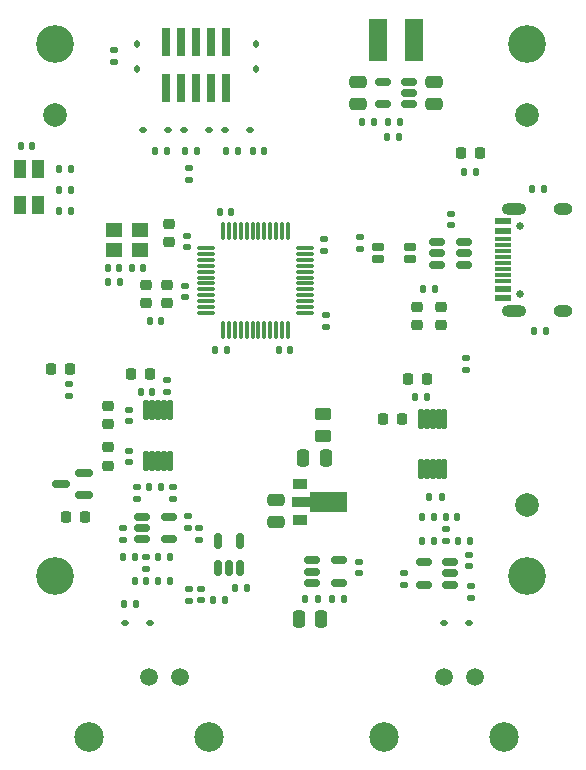
<source format=gbr>
%TF.GenerationSoftware,KiCad,Pcbnew,7.0.8*%
%TF.CreationDate,2023-11-11T20:00:54-08:00*%
%TF.ProjectId,Nemesis-MixSigPCB,4e656d65-7369-4732-9d4d-697853696750,rev?*%
%TF.SameCoordinates,Original*%
%TF.FileFunction,Soldermask,Top*%
%TF.FilePolarity,Negative*%
%FSLAX46Y46*%
G04 Gerber Fmt 4.6, Leading zero omitted, Abs format (unit mm)*
G04 Created by KiCad (PCBNEW 7.0.8) date 2023-11-11 20:00:54*
%MOMM*%
%LPD*%
G01*
G04 APERTURE LIST*
G04 Aperture macros list*
%AMRoundRect*
0 Rectangle with rounded corners*
0 $1 Rounding radius*
0 $2 $3 $4 $5 $6 $7 $8 $9 X,Y pos of 4 corners*
0 Add a 4 corners polygon primitive as box body*
4,1,4,$2,$3,$4,$5,$6,$7,$8,$9,$2,$3,0*
0 Add four circle primitives for the rounded corners*
1,1,$1+$1,$2,$3*
1,1,$1+$1,$4,$5*
1,1,$1+$1,$6,$7*
1,1,$1+$1,$8,$9*
0 Add four rect primitives between the rounded corners*
20,1,$1+$1,$2,$3,$4,$5,0*
20,1,$1+$1,$4,$5,$6,$7,0*
20,1,$1+$1,$6,$7,$8,$9,0*
20,1,$1+$1,$8,$9,$2,$3,0*%
%AMFreePoly0*
4,1,9,3.862500,-0.866500,0.737500,-0.866500,0.737500,-0.450000,-0.737500,-0.450000,-0.737500,0.450000,0.737500,0.450000,0.737500,0.866500,3.862500,0.866500,3.862500,-0.866500,3.862500,-0.866500,$1*%
G04 Aperture macros list end*
%ADD10RoundRect,0.140000X0.170000X-0.140000X0.170000X0.140000X-0.170000X0.140000X-0.170000X-0.140000X0*%
%ADD11RoundRect,0.135000X-0.135000X-0.185000X0.135000X-0.185000X0.135000X0.185000X-0.135000X0.185000X0*%
%ADD12RoundRect,0.140000X0.140000X0.170000X-0.140000X0.170000X-0.140000X-0.170000X0.140000X-0.170000X0*%
%ADD13RoundRect,0.135000X0.135000X0.185000X-0.135000X0.185000X-0.135000X-0.185000X0.135000X-0.185000X0*%
%ADD14RoundRect,0.112500X-0.187500X-0.112500X0.187500X-0.112500X0.187500X0.112500X-0.187500X0.112500X0*%
%ADD15R,1.400000X1.200000*%
%ADD16RoundRect,0.225000X-0.250000X0.225000X-0.250000X-0.225000X0.250000X-0.225000X0.250000X0.225000X0*%
%ADD17RoundRect,0.112500X-0.112500X0.187500X-0.112500X-0.187500X0.112500X-0.187500X0.112500X0.187500X0*%
%ADD18RoundRect,0.147500X0.147500X0.172500X-0.147500X0.172500X-0.147500X-0.172500X0.147500X-0.172500X0*%
%ADD19RoundRect,0.250000X-0.475000X0.250000X-0.475000X-0.250000X0.475000X-0.250000X0.475000X0.250000X0*%
%ADD20C,3.200000*%
%ADD21RoundRect,0.135000X-0.185000X0.135000X-0.185000X-0.135000X0.185000X-0.135000X0.185000X0.135000X0*%
%ADD22C,2.000000*%
%ADD23RoundRect,0.250000X0.450000X-0.262500X0.450000X0.262500X-0.450000X0.262500X-0.450000X-0.262500X0*%
%ADD24RoundRect,0.225000X0.250000X-0.225000X0.250000X0.225000X-0.250000X0.225000X-0.250000X-0.225000X0*%
%ADD25RoundRect,0.135000X0.185000X-0.135000X0.185000X0.135000X-0.185000X0.135000X-0.185000X-0.135000X0*%
%ADD26RoundRect,0.250000X0.250000X0.475000X-0.250000X0.475000X-0.250000X-0.475000X0.250000X-0.475000X0*%
%ADD27RoundRect,0.225000X0.225000X0.250000X-0.225000X0.250000X-0.225000X-0.250000X0.225000X-0.250000X0*%
%ADD28RoundRect,0.140000X-0.170000X0.140000X-0.170000X-0.140000X0.170000X-0.140000X0.170000X0.140000X0*%
%ADD29C,0.650000*%
%ADD30R,1.450000X0.600000*%
%ADD31R,1.450000X0.300000*%
%ADD32O,2.100000X1.000000*%
%ADD33O,1.600000X1.000000*%
%ADD34RoundRect,0.140000X-0.140000X-0.170000X0.140000X-0.170000X0.140000X0.170000X-0.140000X0.170000X0*%
%ADD35C,1.500000*%
%ADD36C,2.500000*%
%ADD37RoundRect,0.150000X0.512500X0.150000X-0.512500X0.150000X-0.512500X-0.150000X0.512500X-0.150000X0*%
%ADD38RoundRect,0.218750X0.218750X0.256250X-0.218750X0.256250X-0.218750X-0.256250X0.218750X-0.256250X0*%
%ADD39RoundRect,0.250000X0.475000X-0.250000X0.475000X0.250000X-0.475000X0.250000X-0.475000X-0.250000X0*%
%ADD40RoundRect,0.150000X0.150000X-0.512500X0.150000X0.512500X-0.150000X0.512500X-0.150000X-0.512500X0*%
%ADD41RoundRect,0.120000X-0.430000X-0.180000X0.430000X-0.180000X0.430000X0.180000X-0.430000X0.180000X0*%
%ADD42RoundRect,0.113200X0.128800X-0.723800X0.128800X0.723800X-0.128800X0.723800X-0.128800X-0.723800X0*%
%ADD43R,1.100000X1.500000*%
%ADD44RoundRect,0.112500X0.187500X0.112500X-0.187500X0.112500X-0.187500X-0.112500X0.187500X-0.112500X0*%
%ADD45R,0.740000X2.400000*%
%ADD46RoundRect,0.150000X0.587500X0.150000X-0.587500X0.150000X-0.587500X-0.150000X0.587500X-0.150000X0*%
%ADD47R,1.300000X0.900000*%
%ADD48FreePoly0,0.000000*%
%ADD49RoundRect,0.150000X-0.512500X-0.150000X0.512500X-0.150000X0.512500X0.150000X-0.512500X0.150000X0*%
%ADD50RoundRect,0.075000X-0.662500X-0.075000X0.662500X-0.075000X0.662500X0.075000X-0.662500X0.075000X0*%
%ADD51RoundRect,0.075000X-0.075000X-0.662500X0.075000X-0.662500X0.075000X0.662500X-0.075000X0.662500X0*%
%ADD52R,1.500000X3.600000*%
G04 APERTURE END LIST*
D10*
%TO.C,C300*%
X82400000Y-152070000D03*
X82400000Y-151110000D03*
%TD*%
D11*
%TO.C,R101*%
X98190000Y-111600000D03*
X99210000Y-111600000D03*
%TD*%
D12*
%TO.C,C405*%
X102072500Y-147050000D03*
X101112500Y-147050000D03*
%TD*%
D11*
%TO.C,R210*%
X78490000Y-114010000D03*
X79510000Y-114010000D03*
%TD*%
D13*
%TO.C,R212*%
X82010000Y-114010000D03*
X80990000Y-114010000D03*
%TD*%
D14*
%TO.C,D205*%
X84450000Y-112260000D03*
X86550000Y-112260000D03*
%TD*%
D11*
%TO.C,R303*%
X78740000Y-150450000D03*
X79760000Y-150450000D03*
%TD*%
D12*
%TO.C,C301*%
X84380000Y-152090000D03*
X83420000Y-152090000D03*
%TD*%
D15*
%TO.C,Y200*%
X77250000Y-120712500D03*
X75050000Y-120712500D03*
X75050000Y-122412500D03*
X77250000Y-122412500D03*
%TD*%
D16*
%TO.C,C101*%
X100705000Y-127225000D03*
X100705000Y-128775000D03*
%TD*%
D17*
%TO.C,D201*%
X87000000Y-104950000D03*
X87000000Y-107050000D03*
%TD*%
D18*
%TO.C,L100*%
X102190000Y-125750000D03*
X101220000Y-125750000D03*
%TD*%
D19*
%TO.C,C105*%
X102150000Y-108150000D03*
X102150000Y-110050000D03*
%TD*%
D20*
%TO.C,H1*%
X70000000Y-105000000D03*
%TD*%
D21*
%TO.C,R309*%
X79500000Y-133390000D03*
X79500000Y-134410000D03*
%TD*%
D20*
%TO.C,H4*%
X110000000Y-150000000D03*
%TD*%
D11*
%TO.C,R305*%
X75740000Y-148450000D03*
X76760000Y-148450000D03*
%TD*%
D22*
%TO.C,FID2*%
X110000000Y-111000000D03*
%TD*%
D23*
%TO.C,R100*%
X92750000Y-138162500D03*
X92750000Y-136337500D03*
%TD*%
D24*
%TO.C,C207*%
X77750000Y-126937500D03*
X77750000Y-125387500D03*
%TD*%
D13*
%TO.C,R404*%
X105122500Y-147050000D03*
X104102500Y-147050000D03*
%TD*%
D25*
%TO.C,R211*%
X75000000Y-106510000D03*
X75000000Y-105490000D03*
%TD*%
D26*
%TO.C,C107*%
X92550000Y-153700000D03*
X90650000Y-153700000D03*
%TD*%
D27*
%TO.C,C400*%
X101500000Y-133350000D03*
X99950000Y-133350000D03*
%TD*%
%TO.C,C309*%
X72525000Y-145000000D03*
X70975000Y-145000000D03*
%TD*%
D14*
%TO.C,D300*%
X75950000Y-154000000D03*
X78050000Y-154000000D03*
%TD*%
D28*
%TO.C,C108*%
X95740000Y-148790000D03*
X95740000Y-149750000D03*
%TD*%
D22*
%TO.C,FID3*%
X110000000Y-144000000D03*
%TD*%
D28*
%TO.C,C404*%
X105100000Y-148220000D03*
X105100000Y-149180000D03*
%TD*%
D29*
%TO.C,J200*%
X109400000Y-126140000D03*
X109400000Y-120360000D03*
D30*
X107955000Y-126500000D03*
X107955000Y-125700000D03*
D31*
X107955000Y-124500000D03*
X107955000Y-123500000D03*
X107955000Y-123000000D03*
X107955000Y-122000000D03*
D30*
X107955000Y-120800000D03*
X107955000Y-120000000D03*
X107955000Y-120000000D03*
X107955000Y-120800000D03*
D31*
X107955000Y-121500000D03*
X107955000Y-122500000D03*
X107955000Y-124000000D03*
X107955000Y-125000000D03*
D30*
X107955000Y-125700000D03*
X107955000Y-126500000D03*
D32*
X108870000Y-127570000D03*
D33*
X113050000Y-127570000D03*
D32*
X108870000Y-118930000D03*
D33*
X113050000Y-118930000D03*
%TD*%
D16*
%TO.C,C312*%
X74500000Y-135625000D03*
X74500000Y-137175000D03*
%TD*%
D24*
%TO.C,C310*%
X74500000Y-140675000D03*
X74500000Y-139125000D03*
%TD*%
D34*
%TO.C,C403*%
X103132500Y-145050000D03*
X104092500Y-145050000D03*
%TD*%
D21*
%TO.C,R400*%
X104800000Y-131590000D03*
X104800000Y-132610000D03*
%TD*%
D18*
%TO.C,L200*%
X79000000Y-128412500D03*
X78030000Y-128412500D03*
%TD*%
D34*
%TO.C,C204*%
X84000000Y-119162500D03*
X84960000Y-119162500D03*
%TD*%
D25*
%TO.C,R202*%
X93000000Y-128922500D03*
X93000000Y-127902500D03*
%TD*%
D27*
%TO.C,C315*%
X78025000Y-132900000D03*
X76475000Y-132900000D03*
%TD*%
D28*
%TO.C,C201*%
X81200000Y-121220000D03*
X81200000Y-122180000D03*
%TD*%
D20*
%TO.C,H3*%
X70000000Y-150000000D03*
%TD*%
D21*
%TO.C,R304*%
X77750000Y-148440000D03*
X77750000Y-149460000D03*
%TD*%
D35*
%TO.C,J400*%
X103000000Y-158560000D03*
D36*
X108080000Y-163640000D03*
D35*
X105600000Y-158560000D03*
D36*
X97920000Y-163640000D03*
%TD*%
D12*
%TO.C,C106*%
X99130000Y-112850000D03*
X98170000Y-112850000D03*
%TD*%
D13*
%TO.C,R206*%
X111440000Y-117260000D03*
X110420000Y-117260000D03*
%TD*%
D12*
%TO.C,C303*%
X77750000Y-150450000D03*
X76790000Y-150450000D03*
%TD*%
D37*
%TO.C,U201*%
X104637500Y-123650000D03*
X104637500Y-122700000D03*
X104637500Y-121750000D03*
X102362500Y-121750000D03*
X102362500Y-122700000D03*
X102362500Y-123650000D03*
%TD*%
D35*
%TO.C,J300*%
X78000000Y-158560000D03*
D36*
X83080000Y-163640000D03*
D35*
X80600000Y-158560000D03*
D36*
X72920000Y-163640000D03*
%TD*%
D34*
%TO.C,C305*%
X78770000Y-148450000D03*
X79730000Y-148450000D03*
%TD*%
D38*
%TO.C,D100*%
X105987500Y-114200000D03*
X104412500Y-114200000D03*
%TD*%
D13*
%TO.C,R201*%
X75510000Y-125162500D03*
X74490000Y-125162500D03*
%TD*%
D11*
%TO.C,R103*%
X104690000Y-115800000D03*
X105710000Y-115800000D03*
%TD*%
D16*
%TO.C,C200*%
X79700000Y-120225000D03*
X79700000Y-121775000D03*
%TD*%
D17*
%TO.C,D203*%
X77000000Y-104950000D03*
X77000000Y-107050000D03*
%TD*%
D13*
%TO.C,R300*%
X76910000Y-152400000D03*
X75890000Y-152400000D03*
%TD*%
D37*
%TO.C,U101*%
X100037500Y-110050000D03*
X100037500Y-109100000D03*
X100037500Y-108150000D03*
X97762500Y-108150000D03*
X97762500Y-110050000D03*
%TD*%
D28*
%TO.C,C306*%
X81250000Y-144970000D03*
X81250000Y-145930000D03*
%TD*%
D13*
%TO.C,R208*%
X71360000Y-117350000D03*
X70340000Y-117350000D03*
%TD*%
D26*
%TO.C,C102*%
X92950000Y-140000000D03*
X91050000Y-140000000D03*
%TD*%
D34*
%TO.C,C212*%
X86750000Y-114010000D03*
X87710000Y-114010000D03*
%TD*%
D13*
%TO.C,R213*%
X85520000Y-114010000D03*
X84500000Y-114010000D03*
%TD*%
D34*
%TO.C,C307*%
X78020000Y-142450000D03*
X78980000Y-142450000D03*
%TD*%
D24*
%TO.C,C206*%
X79500000Y-126912500D03*
X79500000Y-125362500D03*
%TD*%
D21*
%TO.C,R306*%
X77000000Y-142450000D03*
X77000000Y-143470000D03*
%TD*%
D12*
%TO.C,C401*%
X101480000Y-134850000D03*
X100520000Y-134850000D03*
%TD*%
D11*
%TO.C,R401*%
X101730000Y-143350000D03*
X102750000Y-143350000D03*
%TD*%
D10*
%TO.C,C406*%
X99612500Y-150760000D03*
X99612500Y-149800000D03*
%TD*%
%TO.C,C210*%
X103590000Y-120340000D03*
X103590000Y-119380000D03*
%TD*%
D39*
%TO.C,C103*%
X88750000Y-145450000D03*
X88750000Y-143550000D03*
%TD*%
D25*
%TO.C,R403*%
X103112500Y-147060000D03*
X103112500Y-146040000D03*
%TD*%
D19*
%TO.C,C104*%
X95650000Y-108150000D03*
X95650000Y-110050000D03*
%TD*%
D37*
%TO.C,U401*%
X103500000Y-150750000D03*
X103500000Y-149800000D03*
X103500000Y-148850000D03*
X101225000Y-148850000D03*
X101225000Y-150750000D03*
%TD*%
D40*
%TO.C,U300*%
X83800000Y-149337500D03*
X84750000Y-149337500D03*
X85700000Y-149337500D03*
X85700000Y-147062500D03*
X83800000Y-147062500D03*
%TD*%
D41*
%TO.C,L201*%
X100100000Y-123200000D03*
X100100000Y-122200000D03*
X97400000Y-122200000D03*
X97400000Y-123200000D03*
%TD*%
D42*
%TO.C,U400*%
X101000000Y-141000000D03*
X101500000Y-141000000D03*
X102000000Y-141000000D03*
X102500000Y-141000000D03*
X103000000Y-141000000D03*
X103000000Y-136700000D03*
X102500000Y-136700000D03*
X102000000Y-136700000D03*
X101500000Y-136700000D03*
X101000000Y-136700000D03*
%TD*%
D43*
%TO.C,D200*%
X68600000Y-115600000D03*
X68600000Y-118600000D03*
X67100000Y-118600000D03*
X67100000Y-115600000D03*
%TD*%
D11*
%TO.C,R104*%
X93480000Y-152000000D03*
X94500000Y-152000000D03*
%TD*%
D28*
%TO.C,C302*%
X82250000Y-145970000D03*
X82250000Y-146930000D03*
%TD*%
D20*
%TO.C,H2*%
X110000000Y-105000000D03*
%TD*%
D12*
%TO.C,C202*%
X89960000Y-130912500D03*
X89000000Y-130912500D03*
%TD*%
D13*
%TO.C,R207*%
X71360000Y-115600000D03*
X70340000Y-115600000D03*
%TD*%
D25*
%TO.C,R405*%
X105250000Y-151860000D03*
X105250000Y-150840000D03*
%TD*%
D16*
%TO.C,C100*%
X102705000Y-127225000D03*
X102705000Y-128775000D03*
%TD*%
D44*
%TO.C,D202*%
X79550000Y-112260000D03*
X77450000Y-112260000D03*
%TD*%
D12*
%TO.C,C208*%
X77500000Y-123912500D03*
X76540000Y-123912500D03*
%TD*%
D11*
%TO.C,R203*%
X83540000Y-130912500D03*
X84560000Y-130912500D03*
%TD*%
D34*
%TO.C,C211*%
X67120000Y-113600000D03*
X68080000Y-113600000D03*
%TD*%
D13*
%TO.C,R402*%
X102122500Y-145050000D03*
X101102500Y-145050000D03*
%TD*%
D45*
%TO.C,J201*%
X84540000Y-104810000D03*
X84540000Y-108710000D03*
X83270000Y-104810000D03*
X83270000Y-108710000D03*
X82000000Y-104810000D03*
X82000000Y-108710000D03*
X80730000Y-104810000D03*
X80730000Y-108710000D03*
X79460000Y-104810000D03*
X79460000Y-108710000D03*
%TD*%
D21*
%TO.C,R301*%
X81400000Y-151080000D03*
X81400000Y-152100000D03*
%TD*%
D27*
%TO.C,C402*%
X99375000Y-136700000D03*
X97825000Y-136700000D03*
%TD*%
D46*
%TO.C,U302*%
X72437500Y-143200000D03*
X72437500Y-141300000D03*
X70562500Y-142250000D03*
%TD*%
D11*
%TO.C,R102*%
X95990000Y-111600000D03*
X97010000Y-111600000D03*
%TD*%
D28*
%TO.C,C313*%
X76250000Y-135940000D03*
X76250000Y-136900000D03*
%TD*%
D21*
%TO.C,R204*%
X95840000Y-121310000D03*
X95840000Y-122330000D03*
%TD*%
D13*
%TO.C,R209*%
X71370000Y-119100000D03*
X70350000Y-119100000D03*
%TD*%
D12*
%TO.C,C314*%
X78230000Y-134400000D03*
X77270000Y-134400000D03*
%TD*%
D34*
%TO.C,C209*%
X74520000Y-123912500D03*
X75480000Y-123912500D03*
%TD*%
D42*
%TO.C,U303*%
X77750000Y-140300000D03*
X78250000Y-140300000D03*
X78750000Y-140300000D03*
X79250000Y-140300000D03*
X79750000Y-140300000D03*
X79750000Y-136000000D03*
X79250000Y-136000000D03*
X78750000Y-136000000D03*
X78250000Y-136000000D03*
X77750000Y-136000000D03*
%TD*%
D10*
%TO.C,C304*%
X75750000Y-146930000D03*
X75750000Y-145970000D03*
%TD*%
D25*
%TO.C,R308*%
X71250000Y-134760000D03*
X71250000Y-133740000D03*
%TD*%
D13*
%TO.C,R205*%
X111610000Y-129280000D03*
X110590000Y-129280000D03*
%TD*%
D21*
%TO.C,R307*%
X80000000Y-142440000D03*
X80000000Y-143460000D03*
%TD*%
D47*
%TO.C,U100*%
X90800000Y-142250000D03*
D48*
X90887500Y-143750000D03*
D47*
X90800000Y-145250000D03*
%TD*%
D49*
%TO.C,U102*%
X91775000Y-148700000D03*
X91775000Y-149650000D03*
X91775000Y-150600000D03*
X94050000Y-150600000D03*
X94050000Y-148700000D03*
%TD*%
D11*
%TO.C,R302*%
X85290000Y-151000000D03*
X86310000Y-151000000D03*
%TD*%
D49*
%TO.C,U301*%
X77362500Y-145000000D03*
X77362500Y-145950000D03*
X77362500Y-146900000D03*
X79637500Y-146900000D03*
X79637500Y-145000000D03*
%TD*%
D25*
%TO.C,R200*%
X81400000Y-116510000D03*
X81400000Y-115490000D03*
%TD*%
D28*
%TO.C,C203*%
X92800000Y-121520000D03*
X92800000Y-122480000D03*
%TD*%
D10*
%TO.C,C205*%
X81000000Y-126392500D03*
X81000000Y-125432500D03*
%TD*%
D14*
%TO.C,D400*%
X102950000Y-154000000D03*
X105050000Y-154000000D03*
%TD*%
D50*
%TO.C,U200*%
X82837500Y-122250000D03*
X82837500Y-122750000D03*
X82837500Y-123250000D03*
X82837500Y-123750000D03*
X82837500Y-124250000D03*
X82837500Y-124750000D03*
X82837500Y-125250000D03*
X82837500Y-125750000D03*
X82837500Y-126250000D03*
X82837500Y-126750000D03*
X82837500Y-127250000D03*
X82837500Y-127750000D03*
D51*
X84250000Y-129162500D03*
X84750000Y-129162500D03*
X85250000Y-129162500D03*
X85750000Y-129162500D03*
X86250000Y-129162500D03*
X86750000Y-129162500D03*
X87250000Y-129162500D03*
X87750000Y-129162500D03*
X88250000Y-129162500D03*
X88750000Y-129162500D03*
X89250000Y-129162500D03*
X89750000Y-129162500D03*
D50*
X91162500Y-127750000D03*
X91162500Y-127250000D03*
X91162500Y-126750000D03*
X91162500Y-126250000D03*
X91162500Y-125750000D03*
X91162500Y-125250000D03*
X91162500Y-124750000D03*
X91162500Y-124250000D03*
X91162500Y-123750000D03*
X91162500Y-123250000D03*
X91162500Y-122750000D03*
X91162500Y-122250000D03*
D51*
X89750000Y-120837500D03*
X89250000Y-120837500D03*
X88750000Y-120837500D03*
X88250000Y-120837500D03*
X87750000Y-120837500D03*
X87250000Y-120837500D03*
X86750000Y-120837500D03*
X86250000Y-120837500D03*
X85750000Y-120837500D03*
X85250000Y-120837500D03*
X84750000Y-120837500D03*
X84250000Y-120837500D03*
%TD*%
D14*
%TO.C,D204*%
X80950000Y-112260000D03*
X83050000Y-112260000D03*
%TD*%
D27*
%TO.C,C308*%
X71275000Y-132500000D03*
X69725000Y-132500000D03*
%TD*%
D52*
%TO.C,L101*%
X97375000Y-104600000D03*
X100425000Y-104600000D03*
%TD*%
D22*
%TO.C,FID1*%
X70000000Y-111000000D03*
%TD*%
D10*
%TO.C,C311*%
X76250000Y-140400000D03*
X76250000Y-139440000D03*
%TD*%
D11*
%TO.C,R105*%
X91230000Y-152000000D03*
X92250000Y-152000000D03*
%TD*%
M02*

</source>
